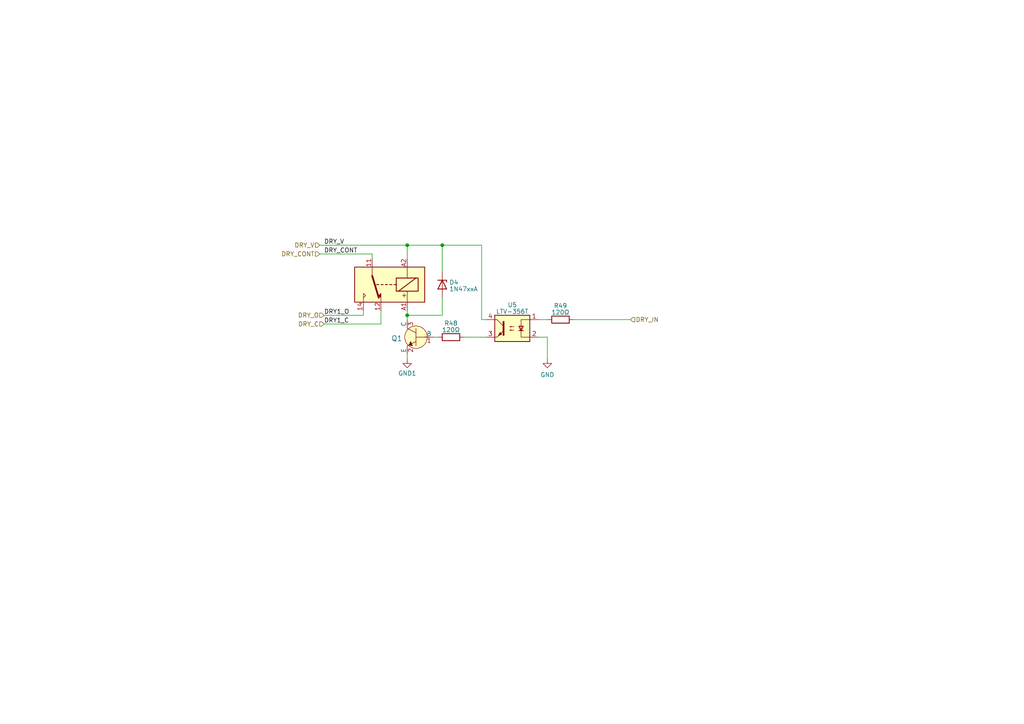
<source format=kicad_sch>
(kicad_sch (version 20231120) (generator "eeschema") (generator_version "8.0")
  (paper "A4")
  (lib_symbols
    (symbol "120Ω_2" (pin_numbers hide) (pin_names (offset 0))
      (property "Reference" "R" (at 3.81 1.27 0))
      (property "Value" "120Ω" (at 5.08 -1.27 0))
      (symbol "120Ω_2_0_1"
        (rectangle (start -1.016 -2.54) (end 1.016 2.54) (stroke (width 0.254)))
      )
      (symbol "120Ω_2_1_1"
        (pin passive line (at 0 3.81 270) (length 1.27) (name "~") (number "1"))
        (pin passive line (at 0 -3.81 90) (length 1.27) (name "~") (number "2"))
      )
    )
    (symbol "Diodes:1N47xxA" (pin_numbers hide) (pin_names (offset 1.016) hide)
      (property "Reference" "D" (at 0 2.54 0))
      (property "Value" "1N47xxA" (at 0 -2.54 0))
      (symbol "1N47xxA_0_1"
        (polyline (pts (xy 1.27 0) (xy -1.27 0)))
        (polyline (pts (xy -1.27 -1.27) (xy -1.27 1.27) (xy -0.762 1.27)) (stroke (width 0.254)))
        (polyline (pts (xy 1.27 -1.27) (xy 1.27 1.27) (xy -1.27 0) (xy 1.27 -1.27)) (stroke (width 0.254)))
      )
      (symbol "1N47xxA_1_1"
        (pin passive line (at -3.81 0 0) (length 2.54) (name "K") (number "1"))
        (pin passive line (at 3.81 0 180) (length 2.54) (name "A") (number "2"))
      )
    )
    (symbol "Electromechanical:RZH3-1C4-D012"
      (symbol "RZH3-1C4-D012_0_0"
        (polyline (pts (xy 7.62 5.08) (xy 7.62 2.54) (xy 6.985 3.175) (xy 7.62 3.81)))
        (text "+" (at -4.191 3.048 0) (effects (font (size 1.27 1.27))))
      )
      (symbol "RZH3-1C4-D012_0_1"
        (rectangle (start -10.16 5.08) (end 10.16 -5.08) (stroke (width 0.254)) (fill (type background)))
        (rectangle (start -8.255 1.905) (end -1.905 -1.905) (stroke (width 0.254)))
        (polyline (pts (xy -7.62 -1.905) (xy -2.54 1.905)) (stroke (width 0.254)))
        (polyline (pts (xy -5.08 -5.08) (xy -5.08 -1.905)))
        (polyline (pts (xy -5.08 5.08) (xy -5.08 1.905)))
        (polyline (pts (xy -1.905 0) (xy -1.27 0)) (stroke (width 0.254)))
        (polyline (pts (xy -0.635 0) (xy 0 0)) (stroke (width 0.254)))
        (polyline (pts (xy 0.635 0) (xy 1.27 0)) (stroke (width 0.254)))
        (polyline (pts (xy 1.905 0) (xy 2.54 0)) (stroke (width 0.254)))
        (polyline (pts (xy 3.175 0) (xy 3.81 0)) (stroke (width 0.254)))
        (polyline (pts (xy 5.08 -2.54) (xy 3.175 3.81)) (stroke (width 0.508)))
        (polyline (pts (xy 5.08 -2.54) (xy 5.08 -5.08)))
        (polyline (pts (xy 2.54 5.08) (xy 2.54 2.54) (xy 3.175 3.175) (xy 2.54 3.81)) (fill (type outline)))
      )
      (symbol "RZH3-1C4-D012_1_1"
        (pin passive line (at 5.08 -7.62 90) (length 2.54) (name "~") (number "11"))
        (pin passive line (at 2.54 7.62 270) (length 2.54) (name "~") (number "12"))
        (pin passive line (at 7.62 7.62 270) (length 2.54) (name "~") (number "14"))
        (pin passive line (at -5.08 7.62 270) (length 2.54) (name "~") (number "A1"))
        (pin passive line (at -5.08 -7.62 90) (length 2.54) (name "~") (number "A2"))
      )
    )
    (symbol "Isolator:LTV-356T" (pin_names (offset 1.016))
      (property "Reference" "U" (at -5.334 4.826 0))
      (property "Value" "LTV-356T" (at 0 5.08 0))
      (symbol "LTV-356T_0_1"
        (rectangle (start -5.08 3.81) (end 5.08 -3.81) (stroke (width 0.254)) (fill (type background)))
        (polyline (pts (xy -3.175 -0.635) (xy -1.905 -0.635)) (stroke (width 0.254)))
        (polyline (pts (xy 2.54 0.635) (xy 4.445 2.54)))
        (polyline (pts (xy 4.445 -2.54) (xy 2.54 -0.635)) (fill (type outline)))
        (polyline (pts (xy 4.445 -2.54) (xy 5.08 -2.54)))
        (polyline (pts (xy 4.445 2.54) (xy 5.08 2.54)))
        (polyline (pts (xy -5.08 2.54) (xy -2.54 2.54) (xy -2.54 -0.762)))
        (polyline (pts (xy -2.54 -0.635) (xy -2.54 -2.54) (xy -5.08 -2.54)))
        (polyline (pts (xy 2.54 1.905) (xy 2.54 -1.905) (xy 2.54 -1.905)) (stroke (width 0.508)))
        (polyline (pts (xy -2.54 -0.635) (xy -3.175 0.635) (xy -1.905 0.635) (xy -2.54 -0.635)) (stroke (width 0.254)))
        (polyline (pts (xy -0.508 -0.508) (xy 0.762 -0.508) (xy 0.381 -0.635) (xy 0.381 -0.381) (xy 0.762 -0.508)))
        (polyline (pts (xy -0.508 0.508) (xy 0.762 0.508) (xy 0.381 0.381) (xy 0.381 0.635) (xy 0.762 0.508)))
        (polyline (pts (xy 3.048 -1.651) (xy 3.556 -1.143) (xy 4.064 -2.159) (xy 3.048 -1.651) (xy 3.048 -1.651)) (fill (type outline)))
      )
      (symbol "LTV-356T_1_1"
        (pin passive line (at -7.62 2.54 0) (length 2.54) (name "~") (number "1"))
        (pin passive line (at -7.62 -2.54 0) (length 2.54) (name "~") (number "2"))
        (pin passive line (at 7.62 -2.54 180) (length 2.54) (name "~") (number "3"))
        (pin passive line (at 7.62 2.54 180) (length 2.54) (name "~") (number "4"))
      )
    )
    (symbol "Transistors_BJT:MMSS8050-H-TP" (pin_names (offset 0))
      (property "Reference" "Q" (at -3.2004 4.2164 0))
      (property "Value" "MMSS8050-H-TP" (at 5.2324 0 90))
      (symbol "MMSS8050-H-TP_0_1"
        (polyline (pts (xy -3.81 0) (xy -2.54 0)))
        (polyline (pts (xy -3.556 0) (xy 0 0)))
        (polyline (pts (xy 0 -1.27) (xy 2.54 -2.54)))
        (polyline (pts (xy 0 1.27) (xy 2.54 2.54)))
        (polyline (pts (xy 0 2.54) (xy 0 -2.54)))
        (polyline (pts (xy 1.524 -1.27) (xy 2.032 -2.286) (xy 1.016 -2.54) (xy 1.524 -1.27)) (fill (type outline)))
        (circle (center 0 0) (radius 3.2512) (fill (type background)))
      )
      (symbol "MMSS8050-H-TP_1_1"
        (pin input line (at -5.08 0 0) (length 2.54) (name "B") (number "1"))
        (pin passive line (at 2.54 -5.08 90) (length 2.54) (name "E") (number "2"))
        (pin passive line (at 2.54 5.08 270) (length 2.54) (name "C") (number "3"))
      )
    )
    (symbol "power:GND" (power) (pin_names (offset 0))
      (property "Value" "GND" (at 0 -3.81 0))
      (symbol "GND_0_1"
        (polyline (pts (xy 0 0) (xy 0 -1.27) (xy 1.27 -1.27) (xy 0 -2.54) (xy -1.27 -1.27) (xy 0 -1.27)))
      )
      (symbol "GND_1_1"
        (pin power_in line (at 0 0 270) (length 0) hide (name "GND") (number "1"))
      )
    )
    (symbol "power:GND1" (power) (pin_names (offset 0))
      (property "Value" "GND1" (at 0 -3.81 0))
      (symbol "GND1_0_1"
        (polyline (pts (xy 0 0) (xy 0 -1.27) (xy 1.27 -1.27) (xy 0 -2.54) (xy -1.27 -1.27) (xy 0 -1.27)))
      )
      (symbol "GND1_1_1"
        (pin power_in line (at 0 0 270) (length 0) hide (name "GND1") (number "1"))
      )
    )
  )
  (junction (at 118.11 71.12))
  (junction (at 118.11 91.44))
  (junction (at 128.27 71.12))
  (wire (pts (xy 93.98 91.44) (xy 105.41 91.44)))
  (wire (pts (xy 118.11 91.44) (xy 118.11 92.71)))
  (wire (pts (xy 128.27 91.44) (xy 128.27 86.36)))
  (wire (pts (xy 128.27 71.12) (xy 128.27 78.74)))
  (wire (pts (xy 139.7 92.71) (xy 139.7 71.12)))
  (wire (pts (xy 118.11 71.12) (xy 118.11 74.93)))
  (wire (pts (xy 105.41 91.44) (xy 105.41 90.17)))
  (wire (pts (xy 118.11 71.12) (xy 128.27 71.12)))
  (wire (pts (xy 92.71 73.66) (xy 107.95 73.66)))
  (wire (pts (xy 166.37 92.71) (xy 182.88 92.71)))
  (wire (pts (xy 118.11 102.87) (xy 118.11 104.14)))
  (wire (pts (xy 92.71 71.12) (xy 118.11 71.12)))
  (wire (pts (xy 118.11 90.17) (xy 118.11 91.44)))
  (wire (pts (xy 93.98 93.98) (xy 110.49 93.98)))
  (wire (pts (xy 134.62 97.79) (xy 140.97 97.79)))
  (wire (pts (xy 156.21 92.71) (xy 158.75 92.71)))
  (wire (pts (xy 125.73 97.79) (xy 127 97.79)))
  (wire (pts (xy 110.49 90.17) (xy 110.49 93.98)))
  (wire (pts (xy 156.21 97.79) (xy 158.75 97.79)))
  (wire (pts (xy 139.7 92.71) (xy 140.97 92.71)))
  (wire (pts (xy 128.27 71.12) (xy 139.7 71.12)))
  (wire (pts (xy 158.75 97.79) (xy 158.75 104.14)))
  (wire (pts (xy 118.11 91.44) (xy 128.27 91.44)))
  (wire (pts (xy 107.95 74.93) (xy 107.95 73.66)))
  (label "DRY_CONT" (at 93.98 73.66 0))
  (label "DRY_V" (at 93.98 71.12 0))
  (label "DRY1_C" (at 93.98 93.98 0))
  (label "DRY1_O" (at 93.98 91.44 0))
  (hierarchical_label "DRY_V" (shape input) (at 92.71 71.12 180))
  (hierarchical_label "DRY_O" (shape input) (at 93.98 91.44 180))
  (hierarchical_label "DRY_IN" (shape input) (at 182.88 92.71 0))
  (hierarchical_label "DRY_CONT" (shape input) (at 92.71 73.66 180))
  (hierarchical_label "DRY_C" (shape input) (at 93.98 93.98 180))
  (symbol (lib_name "120Ω_2") (lib_id "Resistor_0603:120Ω") (at 162.56 92.71 90) (unit 1)
    (property "Reference" "R49" (at 162.56 88.6841 90))
    (property "Value" "120Ω" (at 162.56 90.6051 90))
    (property "Footprint" "Resistor_SMD:R_0603_1608Metric" (effects (hide yes)))
    (property "Datasheet" "https://www.mouser.be/datasheet/2/54/crxxxxx-1858361.pdf" (effects (hide yes)))
    (property "Description" "Thick Film Resistors - SMD 1/10Watt 470ohms 5% Commercial Use" (effects (hide yes)))
    (property "Manufacturer" "Bourns" (effects (hide yes)))
    (property "MPN" "CR0603-FX-1200ELF" (effects (hide yes)))
    (property "Supplier" "Mouser" (effects (hide yes)))
    (property "Supplier Nr." "652-CR0603FX-1200ELF" (effects (hide yes)))
    (property "Power" "100mW" (effects (hide yes)))
    (property "Tolerance" "5%" (effects (hide yes)))
    (property "Price" "0.025" (effects (hide yes)))
    (instances (project "WattWell-Controller" (path "" (reference "R49") (unit 1)) (path "" (reference "R51") (unit 1)) (path "" (reference "R53") (unit 1)) (path "" (reference "R55") (unit 1))))
  )
  (symbol (lib_id "Diodes:1N47xxA") (at 128.27 82.55 270) (unit 1)
    (property "Reference" "D4" (at 130.302 81.9063 90) (effects (justify left)))
    (property "Value" "1N47xxA" (at 130.302 83.8273 90) (effects (justify left)))
    (property "Footprint" "Diode_THT:D_DO-41_SOD81_P10.16mm_Horizontal" (effects (hide yes)))
    (property "Datasheet" "https://www.vishay.com/docs/85816/1n4728a.pdf" (effects (hide yes)))
    (instances (project "WattWell-Controller" (path "" (reference "D4") (unit 1)) (path "" (reference "D6") (unit 1)) (path "" (reference "D7") (unit 1)) (path "" (reference "D8") (unit 1))))
  )
  (symbol (lib_id "Isolator:LTV-356T") (at 148.59 95.25 0) (mirror y) (unit 1)
    (property "Reference" "U5" (at 148.59 88.4301 0))
    (property "Value" "LTV-356T" (at 148.59 90.3511 0))
    (property "Footprint" "Package_SO:SO-4_4.4x3.6mm_P2.54mm" (effects (hide yes)))
    (property "Datasheet" "http://optoelectronics.liteon.com/upload/download/DS70-2001-010/S_110_LTV-356T%2020140520.pdf" (effects (hide yes)))
    (instances (project "WattWell-Controller" (path "" (reference "U5") (unit 1)) (path "" (reference "U6") (unit 1)) (path "" (reference "U7") (unit 1)) (path "" (reference "U8") (unit 1))))
  )
  (symbol (lib_id "Electromechanical:RZH3-1C4-D012") (at 113.03 82.55 180) (unit 1)
    (property "Reference" "K1" (effects (hide yes)))
    (property "Value" "RZH3-1C4-D012" (effects (hide yes)))
    (property "Datasheet" "https://www.mouser.be/datasheet/2/418/ENG_DS_RZH_1014-1658687.pdf" (effects (hide yes)))
    (property "Manufacturer" "TE Connectivity" (effects (hide yes)))
    (property "Manufacturer Part Number" "2-1415899-5" (effects (hide yes)))
    (property "Supplier" "Mouser" (effects (hide yes)))
    (property "Supplier Part Number" "571-2-1415899-5" (effects (hide yes)))
    (instances (project "WattWell-Controller" (path "" (reference "K1") (unit 1)) (path "" (reference "K2") (unit 1)) (path "" (reference "K3") (unit 1)) (path "" (reference "K4") (unit 1))))
  )
  (symbol (lib_id "Transistors_BJT:MMSS8050-H-TP") (at 120.65 97.79 0) (mirror y) (unit 1)
    (property "Reference" "Q1" (at 116.7638 98.1701 0) (effects (font (size 1.524 1.524)) (justify left)))
    (property "Value" "MMSS8050-H-TP" (effects (hide yes)))
    (property "Footprint" "Transistors:SOT-23" (effects (hide yes)))
    (property "Datasheet" "https://www.mccsemi.com/pdf/Products/MMSS8050(SOT-23).pdf" (effects (hide yes)))
    (property "Description" "TRANS NPN 25V 1.5A SOT23" (effects (hide yes)))
    (property "MPN" "MMSS8050-H-TP" (effects (hide yes)))
    (property "Category" "Discrete Semiconductor Products" (effects (hide yes)))
    (property "Family" "Transistors - Bipolar (BJT) - Single" (effects (hide yes)))
    (property "DK_Datasheet_Link" "https://www.mccsemi.com/pdf/Products/MMSS8050(SOT-23).pdf" (effects (hide yes)))
    (property "Manufacturer" "Micro Commercial Co" (effects (hide yes)))
    (property "Status" "Active" (effects (hide yes)))
    (property "Supplier" "Mouser" (effects (hide yes)))
    (property "Supplier Part Number" "833-MMSS8050-H-TP" (effects (hide yes)))
    (instances (project "WattWell-Controller" (path "" (reference "Q1") (unit 1)) (path "" (reference "Q2") (unit 1)) (path "" (reference "Q3") (unit 1)) (path "" (reference "Q4") (unit 1))))
  )
  (symbol (lib_name "120Ω_2") (lib_id "Resistor_0603:120Ω") (at 130.81 97.79 90) (unit 1)
    (property "Reference" "R48" (at 130.81 93.7641 90))
    (property "Value" "120Ω" (at 130.81 95.6851 90))
    (property "Footprint" "Resistor_SMD:R_0603_1608Metric" (effects (hide yes)))
    (property "Datasheet" "https://www.mouser.be/datasheet/2/54/crxxxxx-1858361.pdf" (effects (hide yes)))
    (property "Description" "Thick Film Resistors - SMD 1/10Watt 470ohms 5% Commercial Use" (effects (hide yes)))
    (property "Manufacturer" "Bourns" (effects (hide yes)))
    (property "MPN" "CR0603-FX-1200ELF" (effects (hide yes)))
    (property "Supplier" "Mouser" (effects (hide yes)))
    (property "Supplier Nr." "652-CR0603FX-1200ELF" (effects (hide yes)))
    (property "Power" "100mW" (effects (hide yes)))
    (property "Tolerance" "5%" (effects (hide yes)))
    (property "Price" "0.025" (effects (hide yes)))
    (instances (project "WattWell-Controller" (path "" (reference "R48") (unit 1)) (path "" (reference "R50") (unit 1)) (path "" (reference "R52") (unit 1)) (path "" (reference "R54") (unit 1))))
  )
  (symbol (lib_id "power:GND") (at 158.75 104.14 0) (unit 1)
    (property "Reference" "#PWR037" (effects (hide yes)))
    (property "Value" "GND" (at 158.75 108.7025 0))
    (instances (project "WattWell-Controller" (path "" (reference "#PWR037") (unit 1)) (path "" (reference "#PWR039") (unit 1)) (path "" (reference "#PWR041") (unit 1)) (path "" (reference "#PWR043") (unit 1))))
  )
  (symbol (lib_id "power:GND1") (at 118.11 104.14 0) (unit 1)
    (property "Reference" "#PWR028" (effects (hide yes)))
    (property "Value" "GND1" (at 118.11 108.2755 0))
    (instances (project "WattWell-Controller" (path "" (reference "#PWR028") (unit 1)) (path "" (reference "#PWR038") (unit 1)) (path "" (reference "#PWR040") (unit 1)) (path "" (reference "#PWR042") (unit 1))))
  )
)
</source>
